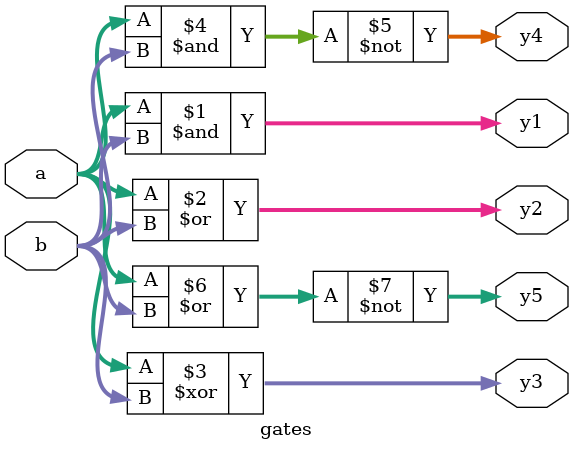
<source format=sv>

module gates(input  logic [3:0] a, b,
             output logic [3:0] y1, y2, 
                                y3, y4, y5);

   /* five different two-input logic 
      gates acting on 4 bit busses */
   assign y1 = a & b;    // AND
   assign y2 = a | b;    // OR
   assign y3 = a ^ b;    // XOR
   assign y4 = ~(a & b); // NAND
   assign y5 = ~(a | b); // NOR
endmodule



</source>
